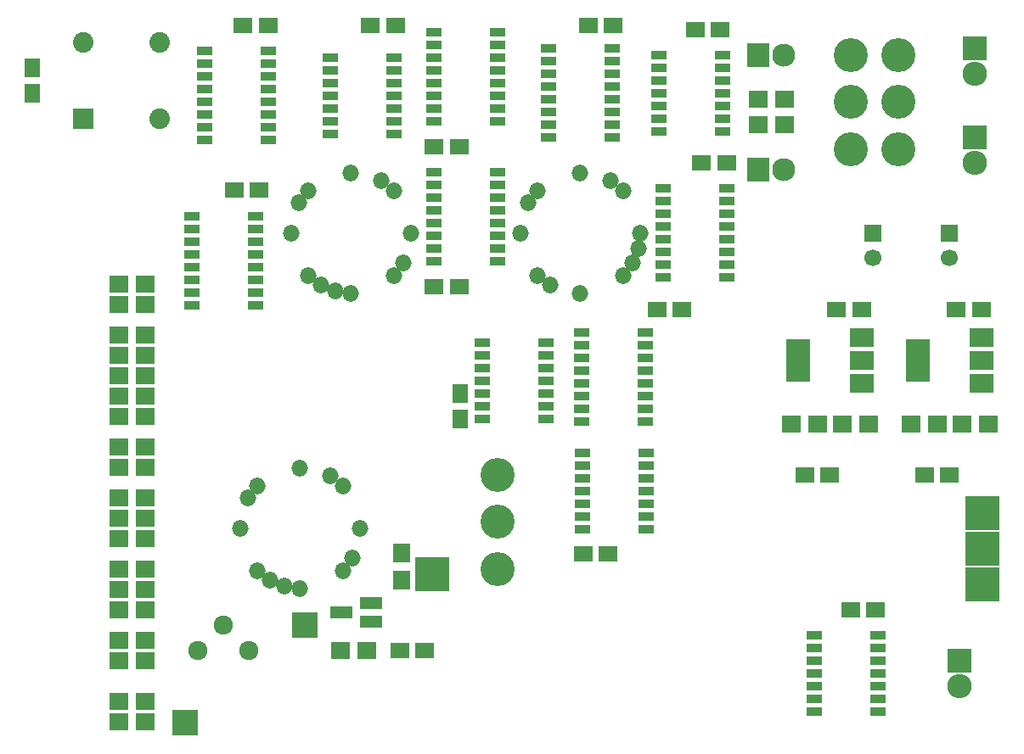
<source format=gts>
G04 #@! TF.FileFunction,Soldermask,Top*
%FSLAX46Y46*%
G04 Gerber Fmt 4.6, Leading zero omitted, Abs format (unit mm)*
G04 Created by KiCad (PCBNEW 4.0.5) date Thursday, March 30, 2017 'AMt' 07:23:23 AM*
%MOMM*%
%LPD*%
G01*
G04 APERTURE LIST*
%ADD10C,0.100000*%
%ADD11C,1.924000*%
%ADD12R,1.900000X1.700000*%
%ADD13R,3.400000X3.400000*%
%ADD14R,1.900000X1.650000*%
%ADD15C,1.700000*%
%ADD16R,1.700000X1.700000*%
%ADD17R,1.650000X1.900000*%
%ADD18R,2.635200X2.635200*%
%ADD19R,2.432000X2.432000*%
%ADD20O,2.432000X2.432000*%
%ADD21R,2.051000X2.051000*%
%ADD22C,2.051000*%
%ADD23R,2.400000X4.200000*%
%ADD24R,2.400000X1.900000*%
%ADD25R,1.543000X0.908000*%
%ADD26R,1.700000X1.900000*%
%ADD27R,2.300000X1.200000*%
%ADD28R,2.300000X2.400000*%
%ADD29C,2.300000*%
%ADD30O,1.670000X1.670000*%
%ADD31C,3.400000*%
G04 APERTURE END LIST*
D10*
D11*
X91440000Y-150876000D03*
X88900000Y-148336000D03*
X86360000Y-150876000D03*
D12*
X78406000Y-116332000D03*
X81106000Y-116332000D03*
X81106000Y-119380000D03*
X78406000Y-119380000D03*
X78406000Y-121412000D03*
X81106000Y-121412000D03*
X78406000Y-127508000D03*
X81106000Y-127508000D03*
X81106000Y-137668000D03*
X78406000Y-137668000D03*
X78406000Y-146812000D03*
X81106000Y-146812000D03*
X81106000Y-157988000D03*
X78406000Y-157988000D03*
D13*
X164592000Y-140716000D03*
X164592000Y-137160000D03*
X164592000Y-144272000D03*
X109728000Y-143256000D03*
D14*
X106446000Y-150876000D03*
X108946000Y-150876000D03*
D15*
X161290000Y-111720000D03*
D16*
X161290000Y-109220000D03*
D17*
X69850000Y-92730000D03*
X69850000Y-95230000D03*
D14*
X146832000Y-133350000D03*
X149332000Y-133350000D03*
X158770000Y-133350000D03*
X161270000Y-133350000D03*
X152507000Y-116840000D03*
X150007000Y-116840000D03*
X164445000Y-116840000D03*
X161945000Y-116840000D03*
X153904000Y-146812000D03*
X151404000Y-146812000D03*
D17*
X112522000Y-127742000D03*
X112522000Y-125242000D03*
D14*
X132100000Y-116840000D03*
X134600000Y-116840000D03*
X124734000Y-141224000D03*
X127234000Y-141224000D03*
X138410000Y-88900000D03*
X135910000Y-88900000D03*
X139045000Y-102235000D03*
X136545000Y-102235000D03*
X127742000Y-88519000D03*
X125242000Y-88519000D03*
X106025000Y-88519000D03*
X103525000Y-88519000D03*
X109875000Y-100584000D03*
X112375000Y-100584000D03*
X109875000Y-114554000D03*
X112375000Y-114554000D03*
X92436000Y-104902000D03*
X89936000Y-104902000D03*
X93325000Y-88519000D03*
X90825000Y-88519000D03*
D18*
X85090000Y-158115000D03*
X97028000Y-148336000D03*
D19*
X162306000Y-151892000D03*
D20*
X162306000Y-154432000D03*
D21*
X74930000Y-97790000D03*
D22*
X74930000Y-90170000D03*
X82550000Y-90170000D03*
X82550000Y-97790000D03*
D23*
X146202000Y-121920000D03*
D24*
X152502000Y-121920000D03*
X152502000Y-119620000D03*
X152502000Y-124220000D03*
D23*
X158140000Y-121920000D03*
D24*
X164440000Y-121920000D03*
X164440000Y-119620000D03*
X164440000Y-124220000D03*
D25*
X147828000Y-149352000D03*
X147828000Y-150622000D03*
X147828000Y-151892000D03*
X147828000Y-153162000D03*
X147828000Y-154432000D03*
X147828000Y-155702000D03*
X147828000Y-156972000D03*
X154178000Y-156972000D03*
X154178000Y-155702000D03*
X154178000Y-153162000D03*
X154178000Y-151892000D03*
X154178000Y-150622000D03*
X154178000Y-149352000D03*
X154178000Y-154432000D03*
X121031000Y-127762000D03*
X121031000Y-126492000D03*
X121031000Y-125222000D03*
X121031000Y-123952000D03*
X121031000Y-122682000D03*
X121031000Y-121412000D03*
X121031000Y-120142000D03*
X114681000Y-120142000D03*
X114681000Y-121412000D03*
X114681000Y-123952000D03*
X114681000Y-125222000D03*
X114681000Y-126492000D03*
X114681000Y-127762000D03*
X114681000Y-122682000D03*
X130937000Y-119126000D03*
X130937000Y-121666000D03*
X130937000Y-122936000D03*
X130937000Y-124206000D03*
X130937000Y-125476000D03*
X130937000Y-126746000D03*
X130937000Y-128016000D03*
X124587000Y-128016000D03*
X124587000Y-126746000D03*
X124587000Y-125476000D03*
X124587000Y-124206000D03*
X124587000Y-122936000D03*
X124587000Y-121666000D03*
X124587000Y-120396000D03*
X124587000Y-119126000D03*
X130937000Y-120396000D03*
X131064000Y-138811000D03*
X131064000Y-137541000D03*
X131064000Y-136271000D03*
X131064000Y-135001000D03*
X131064000Y-133731000D03*
X131064000Y-132461000D03*
X131064000Y-131191000D03*
X124714000Y-131191000D03*
X124714000Y-132461000D03*
X124714000Y-135001000D03*
X124714000Y-136271000D03*
X124714000Y-137541000D03*
X124714000Y-138811000D03*
X124714000Y-133731000D03*
X132334000Y-91440000D03*
X132334000Y-92710000D03*
X132334000Y-93980000D03*
X132334000Y-95250000D03*
X132334000Y-96520000D03*
X132334000Y-97790000D03*
X132334000Y-99060000D03*
X138684000Y-99060000D03*
X138684000Y-97790000D03*
X138684000Y-95250000D03*
X138684000Y-93980000D03*
X138684000Y-92710000D03*
X138684000Y-91440000D03*
X138684000Y-96520000D03*
X127635000Y-90805000D03*
X127635000Y-93345000D03*
X127635000Y-94615000D03*
X127635000Y-95885000D03*
X127635000Y-97155000D03*
X127635000Y-98425000D03*
X127635000Y-99695000D03*
X121285000Y-99695000D03*
X121285000Y-98425000D03*
X121285000Y-97155000D03*
X121285000Y-95885000D03*
X121285000Y-94615000D03*
X121285000Y-93345000D03*
X121285000Y-92075000D03*
X121285000Y-90805000D03*
X127635000Y-92075000D03*
X99568000Y-91694000D03*
X99568000Y-92964000D03*
X99568000Y-94234000D03*
X99568000Y-95504000D03*
X99568000Y-96774000D03*
X99568000Y-98044000D03*
X99568000Y-99314000D03*
X105918000Y-99314000D03*
X105918000Y-98044000D03*
X105918000Y-95504000D03*
X105918000Y-94234000D03*
X105918000Y-92964000D03*
X105918000Y-91694000D03*
X105918000Y-96774000D03*
X109855000Y-98044000D03*
X109855000Y-95504000D03*
X109855000Y-94234000D03*
X109855000Y-92964000D03*
X109855000Y-91694000D03*
X109855000Y-90424000D03*
X109855000Y-89154000D03*
X116205000Y-89154000D03*
X116205000Y-90424000D03*
X116205000Y-91694000D03*
X116205000Y-92964000D03*
X116205000Y-94234000D03*
X116205000Y-95504000D03*
X116205000Y-96774000D03*
X116205000Y-98044000D03*
X109855000Y-96774000D03*
X109855000Y-112014000D03*
X109855000Y-109474000D03*
X109855000Y-108204000D03*
X109855000Y-106934000D03*
X109855000Y-105664000D03*
X109855000Y-104394000D03*
X109855000Y-103124000D03*
X116205000Y-103124000D03*
X116205000Y-104394000D03*
X116205000Y-105664000D03*
X116205000Y-106934000D03*
X116205000Y-108204000D03*
X116205000Y-109474000D03*
X116205000Y-110744000D03*
X116205000Y-112014000D03*
X109855000Y-110744000D03*
X92075000Y-107569000D03*
X92075000Y-110109000D03*
X92075000Y-111379000D03*
X92075000Y-112649000D03*
X92075000Y-113919000D03*
X92075000Y-115189000D03*
X92075000Y-116459000D03*
X85725000Y-116459000D03*
X85725000Y-115189000D03*
X85725000Y-113919000D03*
X85725000Y-112649000D03*
X85725000Y-111379000D03*
X85725000Y-110109000D03*
X85725000Y-108839000D03*
X85725000Y-107569000D03*
X92075000Y-108839000D03*
X93345000Y-91059000D03*
X93345000Y-93599000D03*
X93345000Y-94869000D03*
X93345000Y-96139000D03*
X93345000Y-97409000D03*
X93345000Y-98679000D03*
X93345000Y-99949000D03*
X86995000Y-99949000D03*
X86995000Y-98679000D03*
X86995000Y-97409000D03*
X86995000Y-96139000D03*
X86995000Y-94869000D03*
X86995000Y-93599000D03*
X86995000Y-92329000D03*
X86995000Y-91059000D03*
X93345000Y-92329000D03*
D12*
X142160000Y-98425000D03*
X144860000Y-98425000D03*
X142160000Y-95885000D03*
X144860000Y-95885000D03*
X150542000Y-128270000D03*
X153242000Y-128270000D03*
X145462000Y-128270000D03*
X148162000Y-128270000D03*
X162480000Y-128270000D03*
X165180000Y-128270000D03*
X157400000Y-128270000D03*
X160100000Y-128270000D03*
X81106000Y-114300000D03*
X78406000Y-114300000D03*
X81106000Y-123444000D03*
X78406000Y-123444000D03*
X78406000Y-125476000D03*
X81106000Y-125476000D03*
X81106000Y-130556000D03*
X78406000Y-130556000D03*
X78406000Y-132588000D03*
X81106000Y-132588000D03*
X81106000Y-135636000D03*
X78406000Y-135636000D03*
X78406000Y-139700000D03*
X81106000Y-139700000D03*
X81106000Y-142748000D03*
X78406000Y-142748000D03*
X78406000Y-144780000D03*
X81106000Y-144780000D03*
X81106000Y-149860000D03*
X78406000Y-149860000D03*
X78406000Y-151892000D03*
X81106000Y-151892000D03*
X81106000Y-155956000D03*
X78406000Y-155956000D03*
X103204000Y-150876000D03*
X100504000Y-150876000D03*
D26*
X106680000Y-143844000D03*
X106680000Y-141144000D03*
D27*
X103608000Y-148016000D03*
X103608000Y-146116000D03*
X100608000Y-147066000D03*
D28*
X142240000Y-102870000D03*
D29*
X144780000Y-102870000D03*
D28*
X142240000Y-91440000D03*
D29*
X144780000Y-91440000D03*
D15*
X153670000Y-111720000D03*
D16*
X153670000Y-109220000D03*
D19*
X163830000Y-99695000D03*
D20*
X163830000Y-102235000D03*
D19*
X163830000Y-90805000D03*
D20*
X163830000Y-93345000D03*
D25*
X139065000Y-104775000D03*
X139065000Y-107315000D03*
X139065000Y-108585000D03*
X139065000Y-109855000D03*
X139065000Y-111125000D03*
X139065000Y-112395000D03*
X139065000Y-113665000D03*
X132715000Y-113665000D03*
X132715000Y-112395000D03*
X132715000Y-111125000D03*
X132715000Y-109855000D03*
X132715000Y-108585000D03*
X132715000Y-107315000D03*
X132715000Y-106045000D03*
X132715000Y-104775000D03*
X139065000Y-106045000D03*
D30*
X94968536Y-144474145D03*
X93522800Y-143875302D03*
X92281320Y-142922680D03*
X90525600Y-138684000D03*
X91328698Y-135686800D03*
X92281320Y-134445320D03*
X96520000Y-132689600D03*
X99517199Y-133492698D03*
X100758680Y-134445320D03*
X102514400Y-138684000D03*
X101711302Y-141681199D03*
X100758680Y-142922680D03*
X96520000Y-144678400D03*
X100048536Y-115010145D03*
X98602800Y-114411302D03*
X97361320Y-113458680D03*
X95605600Y-109220000D03*
X96408698Y-106222800D03*
X97361320Y-104981320D03*
X101600000Y-103225600D03*
X104597199Y-104028698D03*
X105838680Y-104981320D03*
X107594400Y-109220000D03*
X106791302Y-112217199D03*
X105838680Y-113458680D03*
X101600000Y-115214400D03*
X130250145Y-110771464D03*
X129651302Y-112217200D03*
X128698680Y-113458680D03*
X124460000Y-115214400D03*
X121462800Y-114411302D03*
X120221320Y-113458680D03*
X118465600Y-109220000D03*
X119268698Y-106222801D03*
X120221320Y-104981320D03*
X124460000Y-103225600D03*
X127457199Y-104028698D03*
X128698680Y-104981320D03*
X130454400Y-109220000D03*
D31*
X151409400Y-100838000D03*
X156210000Y-100838000D03*
X151409400Y-96139000D03*
X156210000Y-96139000D03*
X151409400Y-91440000D03*
X156210000Y-91440000D03*
X116205000Y-142748000D03*
X116205000Y-138049000D03*
X116205000Y-133350000D03*
M02*

</source>
